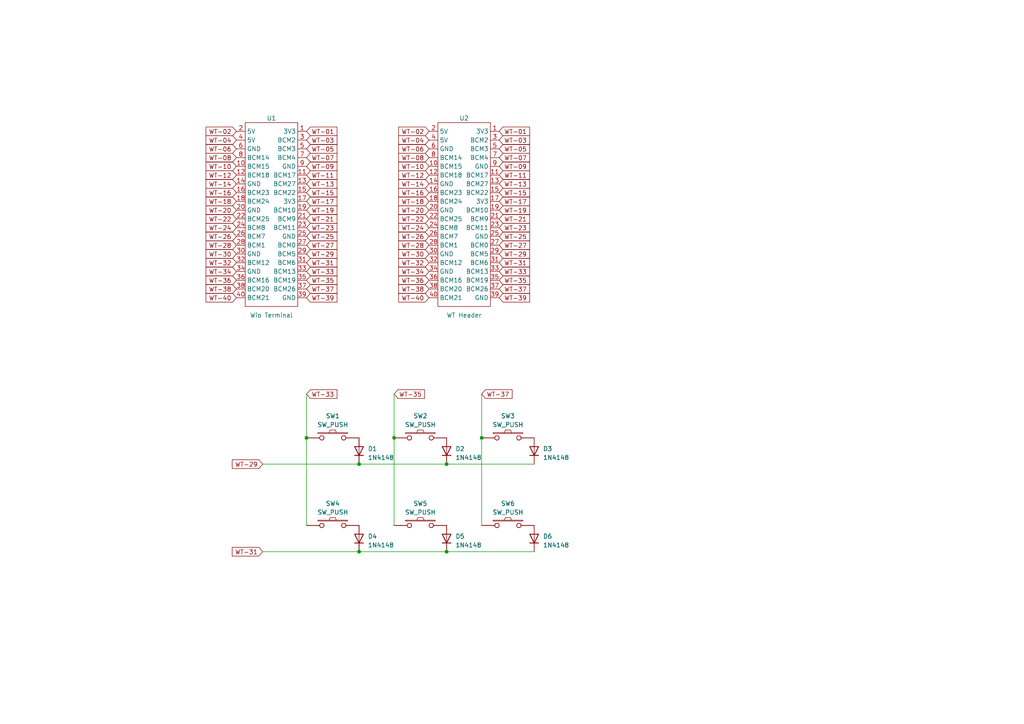
<source format=kicad_sch>
(kicad_sch (version 20230121) (generator eeschema)

  (uuid 61b1dcbd-8be4-4a52-a776-e71a5dc6fc0e)

  (paper "A4")

  (lib_symbols
    (symbol "Diode:1N4148" (pin_numbers hide) (pin_names hide) (in_bom yes) (on_board yes)
      (property "Reference" "D" (at 0 2.54 0)
        (effects (font (size 1.27 1.27)))
      )
      (property "Value" "1N4148" (at 0 -2.54 0)
        (effects (font (size 1.27 1.27)))
      )
      (property "Footprint" "Diode_THT:D_DO-35_SOD27_P7.62mm_Horizontal" (at 0 0 0)
        (effects (font (size 1.27 1.27)) hide)
      )
      (property "Datasheet" "https://assets.nexperia.com/documents/data-sheet/1N4148_1N4448.pdf" (at 0 0 0)
        (effects (font (size 1.27 1.27)) hide)
      )
      (property "Sim.Device" "D" (at 0 0 0)
        (effects (font (size 1.27 1.27)) hide)
      )
      (property "Sim.Pins" "1=K 2=A" (at 0 0 0)
        (effects (font (size 1.27 1.27)) hide)
      )
      (property "ki_keywords" "diode" (at 0 0 0)
        (effects (font (size 1.27 1.27)) hide)
      )
      (property "ki_description" "100V 0.15A standard switching diode, DO-35" (at 0 0 0)
        (effects (font (size 1.27 1.27)) hide)
      )
      (property "ki_fp_filters" "D*DO?35*" (at 0 0 0)
        (effects (font (size 1.27 1.27)) hide)
      )
      (symbol "1N4148_0_1"
        (polyline
          (pts
            (xy -1.27 1.27)
            (xy -1.27 -1.27)
          )
          (stroke (width 0.254) (type default))
          (fill (type none))
        )
        (polyline
          (pts
            (xy 1.27 0)
            (xy -1.27 0)
          )
          (stroke (width 0) (type default))
          (fill (type none))
        )
        (polyline
          (pts
            (xy 1.27 1.27)
            (xy 1.27 -1.27)
            (xy -1.27 0)
            (xy 1.27 1.27)
          )
          (stroke (width 0.254) (type default))
          (fill (type none))
        )
      )
      (symbol "1N4148_1_1"
        (pin passive line (at -3.81 0 0) (length 2.54)
          (name "K" (effects (font (size 1.27 1.27))))
          (number "1" (effects (font (size 1.27 1.27))))
        )
        (pin passive line (at 3.81 0 180) (length 2.54)
          (name "A" (effects (font (size 1.27 1.27))))
          (number "2" (effects (font (size 1.27 1.27))))
        )
      )
    )
    (symbol "foostan/kbd:SW_PUSH" (pin_numbers hide) (pin_names (offset 1.016) hide) (in_bom yes) (on_board yes)
      (property "Reference" "SW" (at 3.81 2.794 0)
        (effects (font (size 1.27 1.27)))
      )
      (property "Value" "SW_PUSH" (at 0 -2.032 0)
        (effects (font (size 1.27 1.27)))
      )
      (property "Footprint" "" (at 0 0 0)
        (effects (font (size 1.27 1.27)))
      )
      (property "Datasheet" "" (at 0 0 0)
        (effects (font (size 1.27 1.27)))
      )
      (symbol "SW_PUSH_0_1"
        (rectangle (start -4.318 1.27) (end 4.318 1.524)
          (stroke (width 0) (type solid))
          (fill (type none))
        )
        (polyline
          (pts
            (xy -1.016 1.524)
            (xy -0.762 2.286)
            (xy 0.762 2.286)
            (xy 1.016 1.524)
          )
          (stroke (width 0) (type solid))
          (fill (type none))
        )
        (pin passive inverted (at -7.62 0 0) (length 5.08)
          (name "1" (effects (font (size 1.27 1.27))))
          (number "1" (effects (font (size 1.27 1.27))))
        )
        (pin passive inverted (at 7.62 0 180) (length 5.08)
          (name "2" (effects (font (size 1.27 1.27))))
          (number "2" (effects (font (size 1.27 1.27))))
        )
      )
    )
    (symbol "snapeda/xiao:wio_terminal" (in_bom yes) (on_board yes)
      (property "Reference" "U" (at 0 0 0)
        (effects (font (size 1.27 1.27)))
      )
      (property "Value" "" (at 0 0 0)
        (effects (font (size 1.27 1.27)))
      )
      (property "Footprint" "" (at 0 0 0)
        (effects (font (size 1.27 1.27)) hide)
      )
      (property "Datasheet" "" (at 0 0 0)
        (effects (font (size 1.27 1.27)) hide)
      )
      (symbol "wio_terminal_0_1"
        (rectangle (start -7.62 55.88) (end 7.62 2.54)
          (stroke (width 0) (type default))
          (fill (type none))
        )
      )
      (symbol "wio_terminal_1_1"
        (pin bidirectional line (at 10.16 53.34 180) (length 2.54)
          (name "3V3" (effects (font (size 1.27 1.27))))
          (number "1" (effects (font (size 1.27 1.27))))
        )
        (pin bidirectional line (at -10.16 43.18 0) (length 2.54)
          (name "BCM15" (effects (font (size 1.27 1.27))))
          (number "10" (effects (font (size 1.27 1.27))))
        )
        (pin bidirectional line (at 10.16 40.64 180) (length 2.54)
          (name "BCM17" (effects (font (size 1.27 1.27))))
          (number "11" (effects (font (size 1.27 1.27))))
        )
        (pin bidirectional line (at -10.16 40.64 0) (length 2.54)
          (name "BCM18" (effects (font (size 1.27 1.27))))
          (number "12" (effects (font (size 1.27 1.27))))
        )
        (pin bidirectional line (at 10.16 38.1 180) (length 2.54)
          (name "BCM27" (effects (font (size 1.27 1.27))))
          (number "13" (effects (font (size 1.27 1.27))))
        )
        (pin bidirectional line (at -10.16 38.1 0) (length 2.54)
          (name "GND" (effects (font (size 1.27 1.27))))
          (number "14" (effects (font (size 1.27 1.27))))
        )
        (pin bidirectional line (at 10.16 35.56 180) (length 2.54)
          (name "BCM22" (effects (font (size 1.27 1.27))))
          (number "15" (effects (font (size 1.27 1.27))))
        )
        (pin bidirectional line (at -10.16 35.56 0) (length 2.54)
          (name "BCM23" (effects (font (size 1.27 1.27))))
          (number "16" (effects (font (size 1.27 1.27))))
        )
        (pin bidirectional line (at 10.16 33.02 180) (length 2.54)
          (name "3V3" (effects (font (size 1.27 1.27))))
          (number "17" (effects (font (size 1.27 1.27))))
        )
        (pin bidirectional line (at -10.16 33.02 0) (length 2.54)
          (name "BCM24" (effects (font (size 1.27 1.27))))
          (number "18" (effects (font (size 1.27 1.27))))
        )
        (pin bidirectional line (at 10.16 30.48 180) (length 2.54)
          (name "BCM10" (effects (font (size 1.27 1.27))))
          (number "19" (effects (font (size 1.27 1.27))))
        )
        (pin bidirectional line (at -10.16 53.34 0) (length 2.54)
          (name "5V" (effects (font (size 1.27 1.27))))
          (number "2" (effects (font (size 1.27 1.27))))
        )
        (pin bidirectional line (at -10.16 30.48 0) (length 2.54)
          (name "GND" (effects (font (size 1.27 1.27))))
          (number "20" (effects (font (size 1.27 1.27))))
        )
        (pin bidirectional line (at 10.16 27.94 180) (length 2.54)
          (name "BCM9" (effects (font (size 1.27 1.27))))
          (number "21" (effects (font (size 1.27 1.27))))
        )
        (pin bidirectional line (at -10.16 27.94 0) (length 2.54)
          (name "BCM25" (effects (font (size 1.27 1.27))))
          (number "22" (effects (font (size 1.27 1.27))))
        )
        (pin bidirectional line (at 10.16 25.4 180) (length 2.54)
          (name "BCM11" (effects (font (size 1.27 1.27))))
          (number "23" (effects (font (size 1.27 1.27))))
        )
        (pin bidirectional line (at -10.16 25.4 0) (length 2.54)
          (name "BCM8" (effects (font (size 1.27 1.27))))
          (number "24" (effects (font (size 1.27 1.27))))
        )
        (pin bidirectional line (at 10.16 22.86 180) (length 2.54)
          (name "GND" (effects (font (size 1.27 1.27))))
          (number "25" (effects (font (size 1.27 1.27))))
        )
        (pin bidirectional line (at -10.16 22.86 0) (length 2.54)
          (name "BCM7" (effects (font (size 1.27 1.27))))
          (number "26" (effects (font (size 1.27 1.27))))
        )
        (pin bidirectional line (at 10.16 20.32 180) (length 2.54)
          (name "BCM0" (effects (font (size 1.27 1.27))))
          (number "27" (effects (font (size 1.27 1.27))))
        )
        (pin bidirectional line (at -10.16 20.32 0) (length 2.54)
          (name "BCM1" (effects (font (size 1.27 1.27))))
          (number "28" (effects (font (size 1.27 1.27))))
        )
        (pin bidirectional line (at 10.16 17.78 180) (length 2.54)
          (name "BCM5" (effects (font (size 1.27 1.27))))
          (number "29" (effects (font (size 1.27 1.27))))
        )
        (pin bidirectional line (at 10.16 50.8 180) (length 2.54)
          (name "BCM2" (effects (font (size 1.27 1.27))))
          (number "3" (effects (font (size 1.27 1.27))))
        )
        (pin bidirectional line (at -10.16 17.78 0) (length 2.54)
          (name "GND" (effects (font (size 1.27 1.27))))
          (number "30" (effects (font (size 1.27 1.27))))
        )
        (pin bidirectional line (at 10.16 15.24 180) (length 2.54)
          (name "BCM6" (effects (font (size 1.27 1.27))))
          (number "31" (effects (font (size 1.27 1.27))))
        )
        (pin bidirectional line (at -10.16 15.24 0) (length 2.54)
          (name "BCM12" (effects (font (size 1.27 1.27))))
          (number "32" (effects (font (size 1.27 1.27))))
        )
        (pin bidirectional line (at 10.16 12.7 180) (length 2.54)
          (name "BCM13" (effects (font (size 1.27 1.27))))
          (number "33" (effects (font (size 1.27 1.27))))
        )
        (pin bidirectional line (at -10.16 12.7 0) (length 2.54)
          (name "GND" (effects (font (size 1.27 1.27))))
          (number "34" (effects (font (size 1.27 1.27))))
        )
        (pin bidirectional line (at 10.16 10.16 180) (length 2.54)
          (name "BCM19" (effects (font (size 1.27 1.27))))
          (number "35" (effects (font (size 1.27 1.27))))
        )
        (pin bidirectional line (at -10.16 10.16 0) (length 2.54)
          (name "BCM16" (effects (font (size 1.27 1.27))))
          (number "36" (effects (font (size 1.27 1.27))))
        )
        (pin bidirectional line (at 10.16 7.62 180) (length 2.54)
          (name "BCM26" (effects (font (size 1.27 1.27))))
          (number "37" (effects (font (size 1.27 1.27))))
        )
        (pin bidirectional line (at -10.16 7.62 0) (length 2.54)
          (name "BCM20" (effects (font (size 1.27 1.27))))
          (number "38" (effects (font (size 1.27 1.27))))
        )
        (pin bidirectional line (at 10.16 5.08 180) (length 2.54)
          (name "GND" (effects (font (size 1.27 1.27))))
          (number "39" (effects (font (size 1.27 1.27))))
        )
        (pin bidirectional line (at -10.16 50.8 0) (length 2.54)
          (name "5V" (effects (font (size 1.27 1.27))))
          (number "4" (effects (font (size 1.27 1.27))))
        )
        (pin bidirectional line (at -10.16 5.08 0) (length 2.54)
          (name "BCM21" (effects (font (size 1.27 1.27))))
          (number "40" (effects (font (size 1.27 1.27))))
        )
        (pin bidirectional line (at 10.16 48.26 180) (length 2.54)
          (name "BCM3" (effects (font (size 1.27 1.27))))
          (number "5" (effects (font (size 1.27 1.27))))
        )
        (pin bidirectional line (at -10.16 48.26 0) (length 2.54)
          (name "GND" (effects (font (size 1.27 1.27))))
          (number "6" (effects (font (size 1.27 1.27))))
        )
        (pin bidirectional line (at 10.16 45.72 180) (length 2.54)
          (name "BCM4" (effects (font (size 1.27 1.27))))
          (number "7" (effects (font (size 1.27 1.27))))
        )
        (pin bidirectional line (at -10.16 45.72 0) (length 2.54)
          (name "BCM14" (effects (font (size 1.27 1.27))))
          (number "8" (effects (font (size 1.27 1.27))))
        )
        (pin bidirectional line (at 10.16 43.18 180) (length 2.54)
          (name "GND" (effects (font (size 1.27 1.27))))
          (number "9" (effects (font (size 1.27 1.27))))
        )
      )
    )
  )

  (junction (at 104.14 160.02) (diameter 0) (color 0 0 0 0)
    (uuid 1befc591-c5c7-4683-ba85-08db732a037f)
  )
  (junction (at 104.14 134.62) (diameter 0) (color 0 0 0 0)
    (uuid 5e2f0426-68ad-4d61-8586-1d663bd0d298)
  )
  (junction (at 114.3 127) (diameter 0) (color 0 0 0 0)
    (uuid 797655af-5cc1-4383-b98d-f573927e5329)
  )
  (junction (at 129.54 160.02) (diameter 0) (color 0 0 0 0)
    (uuid a400e32c-bd10-47a6-a2e4-e7924bbcefac)
  )
  (junction (at 139.7 127) (diameter 0) (color 0 0 0 0)
    (uuid a8374487-7023-42bd-86e3-6280ef743047)
  )
  (junction (at 129.54 134.62) (diameter 0) (color 0 0 0 0)
    (uuid ae36e38a-3875-4913-b502-3e29b603de0c)
  )
  (junction (at 88.9 127) (diameter 0) (color 0 0 0 0)
    (uuid dd77e4fb-6c37-46df-921e-8079f4b7faf3)
  )

  (wire (pts (xy 76.2 134.62) (xy 104.14 134.62))
    (stroke (width 0) (type default))
    (uuid 094cb5dd-a11c-499a-a1ed-db42eccbc450)
  )
  (wire (pts (xy 88.9 114.3) (xy 88.9 127))
    (stroke (width 0) (type default))
    (uuid 292be430-0a1d-4330-826c-efb970885a56)
  )
  (wire (pts (xy 129.54 160.02) (xy 154.94 160.02))
    (stroke (width 0) (type default))
    (uuid 58752122-65b7-4886-b856-d310cac5299a)
  )
  (wire (pts (xy 139.7 127) (xy 139.7 152.4))
    (stroke (width 0) (type default))
    (uuid 6cb62798-d2df-42ad-b102-e9817bc8021a)
  )
  (wire (pts (xy 129.54 134.62) (xy 154.94 134.62))
    (stroke (width 0) (type default))
    (uuid 6de9c5b3-246c-483a-a890-0a925c6fdbd0)
  )
  (wire (pts (xy 88.9 127) (xy 88.9 152.4))
    (stroke (width 0) (type default))
    (uuid 80cbd352-67e7-4e9e-9593-a542bfb4e8cf)
  )
  (wire (pts (xy 114.3 127) (xy 114.3 152.4))
    (stroke (width 0) (type default))
    (uuid 9b9fdf9b-0eb8-4a91-9d94-8f2ce4f5452d)
  )
  (wire (pts (xy 139.7 114.3) (xy 139.7 127))
    (stroke (width 0) (type default))
    (uuid b421f4e8-0807-45c2-8e25-a85b89611a42)
  )
  (wire (pts (xy 114.3 114.3) (xy 114.3 127))
    (stroke (width 0) (type default))
    (uuid be2eec01-6115-4df1-932e-0ab7bb30c55b)
  )
  (wire (pts (xy 104.14 134.62) (xy 129.54 134.62))
    (stroke (width 0) (type default))
    (uuid c46d2bc8-f158-4bd0-8e40-fb9093a7043c)
  )
  (wire (pts (xy 76.2 160.02) (xy 104.14 160.02))
    (stroke (width 0) (type default))
    (uuid d262e949-6746-4bf2-bdac-0778bee55f95)
  )
  (wire (pts (xy 104.14 160.02) (xy 129.54 160.02))
    (stroke (width 0) (type default))
    (uuid fd4d75d8-99b8-44e5-9750-ef26f8d3a517)
  )

  (global_label "WT-11" (shape input) (at 144.78 50.8 0) (fields_autoplaced)
    (effects (font (size 1.27 1.27)) (justify left))
    (uuid 01ba6fb5-9eb4-4810-b8b3-4767193c30c2)
    (property "Intersheetrefs" "${INTERSHEET_REFS}" (at 154.0962 50.8 0)
      (effects (font (size 1.27 1.27)) (justify left) hide)
    )
  )
  (global_label "WT-34" (shape input) (at 124.46 78.74 180) (fields_autoplaced)
    (effects (font (size 1.27 1.27)) (justify right))
    (uuid 030d4440-0d61-46b5-b46e-aa8e1c514165)
    (property "Intersheetrefs" "${INTERSHEET_REFS}" (at 115.1438 78.74 0)
      (effects (font (size 1.27 1.27)) (justify right) hide)
    )
  )
  (global_label "WT-06" (shape input) (at 124.46 43.18 180) (fields_autoplaced)
    (effects (font (size 1.27 1.27)) (justify right))
    (uuid 0357f7d6-da8c-42c6-8275-d7a9df40163d)
    (property "Intersheetrefs" "${INTERSHEET_REFS}" (at 115.1438 43.18 0)
      (effects (font (size 1.27 1.27)) (justify right) hide)
    )
  )
  (global_label "WT-15" (shape input) (at 88.9 55.88 0) (fields_autoplaced)
    (effects (font (size 1.27 1.27)) (justify left))
    (uuid 0377b536-3c34-49a5-a4d2-2b8f62143e26)
    (property "Intersheetrefs" "${INTERSHEET_REFS}" (at 98.2162 55.88 0)
      (effects (font (size 1.27 1.27)) (justify left) hide)
    )
  )
  (global_label "WT-29" (shape input) (at 76.2 134.62 180) (fields_autoplaced)
    (effects (font (size 1.27 1.27)) (justify right))
    (uuid 15dc8e95-677a-4e96-8879-ae503e6d31f8)
    (property "Intersheetrefs" "${INTERSHEET_REFS}" (at 66.8838 134.62 0)
      (effects (font (size 1.27 1.27)) (justify right) hide)
    )
  )
  (global_label "WT-05" (shape input) (at 144.78 43.18 0) (fields_autoplaced)
    (effects (font (size 1.27 1.27)) (justify left))
    (uuid 160386bf-c06c-4645-a2a3-e179fa64512d)
    (property "Intersheetrefs" "${INTERSHEET_REFS}" (at 154.0962 43.18 0)
      (effects (font (size 1.27 1.27)) (justify left) hide)
    )
  )
  (global_label "WT-09" (shape input) (at 88.9 48.26 0) (fields_autoplaced)
    (effects (font (size 1.27 1.27)) (justify left))
    (uuid 17e4cec0-dde5-40f9-89a9-13311e1e194b)
    (property "Intersheetrefs" "${INTERSHEET_REFS}" (at 98.2162 48.26 0)
      (effects (font (size 1.27 1.27)) (justify left) hide)
    )
  )
  (global_label "WT-29" (shape input) (at 88.9 73.66 0) (fields_autoplaced)
    (effects (font (size 1.27 1.27)) (justify left))
    (uuid 18b2945d-be3a-4216-8052-647afb7a61c8)
    (property "Intersheetrefs" "${INTERSHEET_REFS}" (at 98.2162 73.66 0)
      (effects (font (size 1.27 1.27)) (justify left) hide)
    )
  )
  (global_label "WT-40" (shape input) (at 68.58 86.36 180) (fields_autoplaced)
    (effects (font (size 1.27 1.27)) (justify right))
    (uuid 24757c9f-fb1a-4fd3-9c2d-707bf3db47d4)
    (property "Intersheetrefs" "${INTERSHEET_REFS}" (at 59.2638 86.36 0)
      (effects (font (size 1.27 1.27)) (justify right) hide)
    )
  )
  (global_label "WT-12" (shape input) (at 68.58 50.8 180) (fields_autoplaced)
    (effects (font (size 1.27 1.27)) (justify right))
    (uuid 2b3526bb-15a0-4a47-aee0-da02c652f15e)
    (property "Intersheetrefs" "${INTERSHEET_REFS}" (at 59.2638 50.8 0)
      (effects (font (size 1.27 1.27)) (justify right) hide)
    )
  )
  (global_label "WT-18" (shape input) (at 68.58 58.42 180) (fields_autoplaced)
    (effects (font (size 1.27 1.27)) (justify right))
    (uuid 2b813e5c-7f00-4b33-947b-6bd69cd4f52f)
    (property "Intersheetrefs" "${INTERSHEET_REFS}" (at 59.2638 58.42 0)
      (effects (font (size 1.27 1.27)) (justify right) hide)
    )
  )
  (global_label "WT-23" (shape input) (at 88.9 66.04 0) (fields_autoplaced)
    (effects (font (size 1.27 1.27)) (justify left))
    (uuid 32638b51-cef5-4924-a764-5cc979f23abb)
    (property "Intersheetrefs" "${INTERSHEET_REFS}" (at 98.2162 66.04 0)
      (effects (font (size 1.27 1.27)) (justify left) hide)
    )
  )
  (global_label "WT-07" (shape input) (at 144.78 45.72 0) (fields_autoplaced)
    (effects (font (size 1.27 1.27)) (justify left))
    (uuid 332668ef-60b7-4a97-a143-ed7746609ced)
    (property "Intersheetrefs" "${INTERSHEET_REFS}" (at 154.0962 45.72 0)
      (effects (font (size 1.27 1.27)) (justify left) hide)
    )
  )
  (global_label "WT-20" (shape input) (at 124.46 60.96 180) (fields_autoplaced)
    (effects (font (size 1.27 1.27)) (justify right))
    (uuid 338582f0-01a7-4648-b79a-ec2c3ea3a14f)
    (property "Intersheetrefs" "${INTERSHEET_REFS}" (at 115.1438 60.96 0)
      (effects (font (size 1.27 1.27)) (justify right) hide)
    )
  )
  (global_label "WT-36" (shape input) (at 124.46 81.28 180) (fields_autoplaced)
    (effects (font (size 1.27 1.27)) (justify right))
    (uuid 34d3ab92-122a-430f-83c8-f1322e9c85c3)
    (property "Intersheetrefs" "${INTERSHEET_REFS}" (at 115.1438 81.28 0)
      (effects (font (size 1.27 1.27)) (justify right) hide)
    )
  )
  (global_label "WT-30" (shape input) (at 124.46 73.66 180) (fields_autoplaced)
    (effects (font (size 1.27 1.27)) (justify right))
    (uuid 34ebfcdf-a10c-4404-b391-42376f901224)
    (property "Intersheetrefs" "${INTERSHEET_REFS}" (at 115.1438 73.66 0)
      (effects (font (size 1.27 1.27)) (justify right) hide)
    )
  )
  (global_label "WT-18" (shape input) (at 124.46 58.42 180) (fields_autoplaced)
    (effects (font (size 1.27 1.27)) (justify right))
    (uuid 380db31d-b102-4023-a7ab-81a759e1425c)
    (property "Intersheetrefs" "${INTERSHEET_REFS}" (at 115.1438 58.42 0)
      (effects (font (size 1.27 1.27)) (justify right) hide)
    )
  )
  (global_label "WT-32" (shape input) (at 124.46 76.2 180) (fields_autoplaced)
    (effects (font (size 1.27 1.27)) (justify right))
    (uuid 45077ec2-d7d4-4292-86c8-96e43f3e32d2)
    (property "Intersheetrefs" "${INTERSHEET_REFS}" (at 115.1438 76.2 0)
      (effects (font (size 1.27 1.27)) (justify right) hide)
    )
  )
  (global_label "WT-02" (shape input) (at 124.46 38.1 180) (fields_autoplaced)
    (effects (font (size 1.27 1.27)) (justify right))
    (uuid 4d3af3ea-5dde-48d7-8da5-8802aa64af08)
    (property "Intersheetrefs" "${INTERSHEET_REFS}" (at 115.1438 38.1 0)
      (effects (font (size 1.27 1.27)) (justify right) hide)
    )
  )
  (global_label "WT-16" (shape input) (at 124.46 55.88 180) (fields_autoplaced)
    (effects (font (size 1.27 1.27)) (justify right))
    (uuid 51250ef9-a13d-41b4-b15f-8ce5214446f2)
    (property "Intersheetrefs" "${INTERSHEET_REFS}" (at 115.1438 55.88 0)
      (effects (font (size 1.27 1.27)) (justify right) hide)
    )
  )
  (global_label "WT-39" (shape input) (at 88.9 86.36 0) (fields_autoplaced)
    (effects (font (size 1.27 1.27)) (justify left))
    (uuid 59ddd60b-ba37-492b-9371-46ff68aaebe5)
    (property "Intersheetrefs" "${INTERSHEET_REFS}" (at 98.2162 86.36 0)
      (effects (font (size 1.27 1.27)) (justify left) hide)
    )
  )
  (global_label "WT-19" (shape input) (at 88.9 60.96 0) (fields_autoplaced)
    (effects (font (size 1.27 1.27)) (justify left))
    (uuid 5ae96fc6-9e9e-4ad8-8a92-9f717fe468a3)
    (property "Intersheetrefs" "${INTERSHEET_REFS}" (at 98.2162 60.96 0)
      (effects (font (size 1.27 1.27)) (justify left) hide)
    )
  )
  (global_label "WT-14" (shape input) (at 124.46 53.34 180) (fields_autoplaced)
    (effects (font (size 1.27 1.27)) (justify right))
    (uuid 5b301025-dccb-49e8-bbf7-5ea02d58572c)
    (property "Intersheetrefs" "${INTERSHEET_REFS}" (at 115.1438 53.34 0)
      (effects (font (size 1.27 1.27)) (justify right) hide)
    )
  )
  (global_label "WT-10" (shape input) (at 124.46 48.26 180) (fields_autoplaced)
    (effects (font (size 1.27 1.27)) (justify right))
    (uuid 5e5d6abd-d159-4233-a1b5-96a9dda77a04)
    (property "Intersheetrefs" "${INTERSHEET_REFS}" (at 115.1438 48.26 0)
      (effects (font (size 1.27 1.27)) (justify right) hide)
    )
  )
  (global_label "WT-13" (shape input) (at 88.9 53.34 0) (fields_autoplaced)
    (effects (font (size 1.27 1.27)) (justify left))
    (uuid 5fe3734a-b950-453a-97ae-b23d6ca6bc17)
    (property "Intersheetrefs" "${INTERSHEET_REFS}" (at 98.2162 53.34 0)
      (effects (font (size 1.27 1.27)) (justify left) hide)
    )
  )
  (global_label "WT-37" (shape input) (at 144.78 83.82 0) (fields_autoplaced)
    (effects (font (size 1.27 1.27)) (justify left))
    (uuid 6041dff1-f2c3-4435-915b-b3eb78d458db)
    (property "Intersheetrefs" "${INTERSHEET_REFS}" (at 154.0962 83.82 0)
      (effects (font (size 1.27 1.27)) (justify left) hide)
    )
  )
  (global_label "WT-14" (shape input) (at 68.58 53.34 180) (fields_autoplaced)
    (effects (font (size 1.27 1.27)) (justify right))
    (uuid 62a8954e-8843-4e23-834f-2ce2823e967b)
    (property "Intersheetrefs" "${INTERSHEET_REFS}" (at 59.2638 53.34 0)
      (effects (font (size 1.27 1.27)) (justify right) hide)
    )
  )
  (global_label "WT-21" (shape input) (at 88.9 63.5 0) (fields_autoplaced)
    (effects (font (size 1.27 1.27)) (justify left))
    (uuid 63d017f2-3a09-4b63-a720-5969a778fc78)
    (property "Intersheetrefs" "${INTERSHEET_REFS}" (at 98.2162 63.5 0)
      (effects (font (size 1.27 1.27)) (justify left) hide)
    )
  )
  (global_label "WT-39" (shape input) (at 144.78 86.36 0) (fields_autoplaced)
    (effects (font (size 1.27 1.27)) (justify left))
    (uuid 655ae20e-8359-4e2c-be51-d3623a312cbc)
    (property "Intersheetrefs" "${INTERSHEET_REFS}" (at 154.0962 86.36 0)
      (effects (font (size 1.27 1.27)) (justify left) hide)
    )
  )
  (global_label "WT-13" (shape input) (at 144.78 53.34 0) (fields_autoplaced)
    (effects (font (size 1.27 1.27)) (justify left))
    (uuid 682e9db4-2803-4a8f-9aa4-9ee1c6aef46e)
    (property "Intersheetrefs" "${INTERSHEET_REFS}" (at 154.0962 53.34 0)
      (effects (font (size 1.27 1.27)) (justify left) hide)
    )
  )
  (global_label "WT-27" (shape input) (at 88.9 71.12 0) (fields_autoplaced)
    (effects (font (size 1.27 1.27)) (justify left))
    (uuid 70287ba7-4bad-4483-9041-c10b12869971)
    (property "Intersheetrefs" "${INTERSHEET_REFS}" (at 98.2162 71.12 0)
      (effects (font (size 1.27 1.27)) (justify left) hide)
    )
  )
  (global_label "WT-26" (shape input) (at 124.46 68.58 180) (fields_autoplaced)
    (effects (font (size 1.27 1.27)) (justify right))
    (uuid 71cca455-d2d7-403a-b693-d5f35e7eb5fb)
    (property "Intersheetrefs" "${INTERSHEET_REFS}" (at 115.1438 68.58 0)
      (effects (font (size 1.27 1.27)) (justify right) hide)
    )
  )
  (global_label "WT-30" (shape input) (at 68.58 73.66 180) (fields_autoplaced)
    (effects (font (size 1.27 1.27)) (justify right))
    (uuid 739fbbff-1560-402e-b9a4-4ecce576bce8)
    (property "Intersheetrefs" "${INTERSHEET_REFS}" (at 59.2638 73.66 0)
      (effects (font (size 1.27 1.27)) (justify right) hide)
    )
  )
  (global_label "WT-24" (shape input) (at 68.58 66.04 180) (fields_autoplaced)
    (effects (font (size 1.27 1.27)) (justify right))
    (uuid 75123d11-f1e9-40f1-bddd-9337def4e4a0)
    (property "Intersheetrefs" "${INTERSHEET_REFS}" (at 59.2638 66.04 0)
      (effects (font (size 1.27 1.27)) (justify right) hide)
    )
  )
  (global_label "WT-10" (shape input) (at 68.58 48.26 180) (fields_autoplaced)
    (effects (font (size 1.27 1.27)) (justify right))
    (uuid 78704f93-9a6f-45e8-ba3f-86b3f2d81b35)
    (property "Intersheetrefs" "${INTERSHEET_REFS}" (at 59.2638 48.26 0)
      (effects (font (size 1.27 1.27)) (justify right) hide)
    )
  )
  (global_label "WT-28" (shape input) (at 68.58 71.12 180) (fields_autoplaced)
    (effects (font (size 1.27 1.27)) (justify right))
    (uuid 78ef146e-074a-4ffc-bd71-c9a18c9541ff)
    (property "Intersheetrefs" "${INTERSHEET_REFS}" (at 59.2638 71.12 0)
      (effects (font (size 1.27 1.27)) (justify right) hide)
    )
  )
  (global_label "WT-04" (shape input) (at 124.46 40.64 180) (fields_autoplaced)
    (effects (font (size 1.27 1.27)) (justify right))
    (uuid 79079d9c-9a9c-4390-8907-e01d56a98cba)
    (property "Intersheetrefs" "${INTERSHEET_REFS}" (at 115.1438 40.64 0)
      (effects (font (size 1.27 1.27)) (justify right) hide)
    )
  )
  (global_label "WT-28" (shape input) (at 124.46 71.12 180) (fields_autoplaced)
    (effects (font (size 1.27 1.27)) (justify right))
    (uuid 7a61323c-aa7e-43aa-a8cf-59fb980f684e)
    (property "Intersheetrefs" "${INTERSHEET_REFS}" (at 115.1438 71.12 0)
      (effects (font (size 1.27 1.27)) (justify right) hide)
    )
  )
  (global_label "WT-02" (shape input) (at 68.58 38.1 180) (fields_autoplaced)
    (effects (font (size 1.27 1.27)) (justify right))
    (uuid 7cd04bdc-f290-4992-836e-567a4e5028ee)
    (property "Intersheetrefs" "${INTERSHEET_REFS}" (at 59.2638 38.1 0)
      (effects (font (size 1.27 1.27)) (justify right) hide)
    )
  )
  (global_label "WT-35" (shape input) (at 144.78 81.28 0) (fields_autoplaced)
    (effects (font (size 1.27 1.27)) (justify left))
    (uuid 7f54d6a3-dc29-4765-9db5-719a52132ef8)
    (property "Intersheetrefs" "${INTERSHEET_REFS}" (at 154.0962 81.28 0)
      (effects (font (size 1.27 1.27)) (justify left) hide)
    )
  )
  (global_label "WT-17" (shape input) (at 144.78 58.42 0) (fields_autoplaced)
    (effects (font (size 1.27 1.27)) (justify left))
    (uuid 801ceb53-87d2-4af4-af99-e92fab06dc09)
    (property "Intersheetrefs" "${INTERSHEET_REFS}" (at 154.0962 58.42 0)
      (effects (font (size 1.27 1.27)) (justify left) hide)
    )
  )
  (global_label "WT-32" (shape input) (at 68.58 76.2 180) (fields_autoplaced)
    (effects (font (size 1.27 1.27)) (justify right))
    (uuid 866d58d7-9214-408a-b75d-d0bba8d1d1a5)
    (property "Intersheetrefs" "${INTERSHEET_REFS}" (at 59.2638 76.2 0)
      (effects (font (size 1.27 1.27)) (justify right) hide)
    )
  )
  (global_label "WT-36" (shape input) (at 68.58 81.28 180) (fields_autoplaced)
    (effects (font (size 1.27 1.27)) (justify right))
    (uuid 8968c680-cd17-47ac-9060-f890d4d305c6)
    (property "Intersheetrefs" "${INTERSHEET_REFS}" (at 59.2638 81.28 0)
      (effects (font (size 1.27 1.27)) (justify right) hide)
    )
  )
  (global_label "WT-15" (shape input) (at 144.78 55.88 0) (fields_autoplaced)
    (effects (font (size 1.27 1.27)) (justify left))
    (uuid 8973e28a-3845-47e7-ac9e-cd48688f7b3c)
    (property "Intersheetrefs" "${INTERSHEET_REFS}" (at 154.0962 55.88 0)
      (effects (font (size 1.27 1.27)) (justify left) hide)
    )
  )
  (global_label "WT-33" (shape input) (at 88.9 114.3 0) (fields_autoplaced)
    (effects (font (size 1.27 1.27)) (justify left))
    (uuid 8a70e6ad-8e08-4060-b418-84cd8096699b)
    (property "Intersheetrefs" "${INTERSHEET_REFS}" (at 98.2162 114.3 0)
      (effects (font (size 1.27 1.27)) (justify left) hide)
    )
  )
  (global_label "WT-05" (shape input) (at 88.9 43.18 0) (fields_autoplaced)
    (effects (font (size 1.27 1.27)) (justify left))
    (uuid 8cc551bf-cd08-400a-be8b-1976f4486d8f)
    (property "Intersheetrefs" "${INTERSHEET_REFS}" (at 98.2162 43.18 0)
      (effects (font (size 1.27 1.27)) (justify left) hide)
    )
  )
  (global_label "WT-29" (shape input) (at 144.78 73.66 0) (fields_autoplaced)
    (effects (font (size 1.27 1.27)) (justify left))
    (uuid 90bb0cb4-c6e2-40be-bd40-d7306b4a6dd3)
    (property "Intersheetrefs" "${INTERSHEET_REFS}" (at 154.0962 73.66 0)
      (effects (font (size 1.27 1.27)) (justify left) hide)
    )
  )
  (global_label "WT-03" (shape input) (at 88.9 40.64 0) (fields_autoplaced)
    (effects (font (size 1.27 1.27)) (justify left))
    (uuid 953b335a-5a2a-4030-a944-63a5aecaf100)
    (property "Intersheetrefs" "${INTERSHEET_REFS}" (at 98.2162 40.64 0)
      (effects (font (size 1.27 1.27)) (justify left) hide)
    )
  )
  (global_label "WT-38" (shape input) (at 124.46 83.82 180) (fields_autoplaced)
    (effects (font (size 1.27 1.27)) (justify right))
    (uuid 98be4597-c3ac-4494-8a78-e637b84ac145)
    (property "Intersheetrefs" "${INTERSHEET_REFS}" (at 115.1438 83.82 0)
      (effects (font (size 1.27 1.27)) (justify right) hide)
    )
  )
  (global_label "WT-27" (shape input) (at 144.78 71.12 0) (fields_autoplaced)
    (effects (font (size 1.27 1.27)) (justify left))
    (uuid 98c8750d-578c-4fe2-94c6-edfbd938d56f)
    (property "Intersheetrefs" "${INTERSHEET_REFS}" (at 154.0962 71.12 0)
      (effects (font (size 1.27 1.27)) (justify left) hide)
    )
  )
  (global_label "WT-11" (shape input) (at 88.9 50.8 0) (fields_autoplaced)
    (effects (font (size 1.27 1.27)) (justify left))
    (uuid 998f3a0a-793f-4077-afd5-9c9e7d349c03)
    (property "Intersheetrefs" "${INTERSHEET_REFS}" (at 98.2162 50.8 0)
      (effects (font (size 1.27 1.27)) (justify left) hide)
    )
  )
  (global_label "WT-37" (shape input) (at 88.9 83.82 0) (fields_autoplaced)
    (effects (font (size 1.27 1.27)) (justify left))
    (uuid 99b6e8a5-5feb-42cc-803f-0fc5ebe55461)
    (property "Intersheetrefs" "${INTERSHEET_REFS}" (at 98.2162 83.82 0)
      (effects (font (size 1.27 1.27)) (justify left) hide)
    )
  )
  (global_label "WT-01" (shape input) (at 144.78 38.1 0) (fields_autoplaced)
    (effects (font (size 1.27 1.27)) (justify left))
    (uuid 9b8d7cf9-c8fc-48b8-8ed3-c354d4d42b42)
    (property "Intersheetrefs" "${INTERSHEET_REFS}" (at 154.0962 38.1 0)
      (effects (font (size 1.27 1.27)) (justify left) hide)
    )
  )
  (global_label "WT-01" (shape input) (at 88.9 38.1 0) (fields_autoplaced)
    (effects (font (size 1.27 1.27)) (justify left))
    (uuid 9b8f0ac0-27f0-42f6-bcb7-505eedb2ec21)
    (property "Intersheetrefs" "${INTERSHEET_REFS}" (at 98.2162 38.1 0)
      (effects (font (size 1.27 1.27)) (justify left) hide)
    )
  )
  (global_label "WT-22" (shape input) (at 68.58 63.5 180) (fields_autoplaced)
    (effects (font (size 1.27 1.27)) (justify right))
    (uuid a3532b0f-5fa2-45cc-9fc6-ff6291a5b9dc)
    (property "Intersheetrefs" "${INTERSHEET_REFS}" (at 59.2638 63.5 0)
      (effects (font (size 1.27 1.27)) (justify right) hide)
    )
  )
  (global_label "WT-22" (shape input) (at 124.46 63.5 180) (fields_autoplaced)
    (effects (font (size 1.27 1.27)) (justify right))
    (uuid a3fce872-f753-40b8-a78b-e04286ad3205)
    (property "Intersheetrefs" "${INTERSHEET_REFS}" (at 115.1438 63.5 0)
      (effects (font (size 1.27 1.27)) (justify right) hide)
    )
  )
  (global_label "WT-17" (shape input) (at 88.9 58.42 0) (fields_autoplaced)
    (effects (font (size 1.27 1.27)) (justify left))
    (uuid b0736eb3-4533-4b75-9632-fa7720cfe451)
    (property "Intersheetrefs" "${INTERSHEET_REFS}" (at 98.2162 58.42 0)
      (effects (font (size 1.27 1.27)) (justify left) hide)
    )
  )
  (global_label "WT-33" (shape input) (at 144.78 78.74 0) (fields_autoplaced)
    (effects (font (size 1.27 1.27)) (justify left))
    (uuid b541219b-1e3a-4a2f-8813-64c4841a23be)
    (property "Intersheetrefs" "${INTERSHEET_REFS}" (at 154.0962 78.74 0)
      (effects (font (size 1.27 1.27)) (justify left) hide)
    )
  )
  (global_label "WT-08" (shape input) (at 68.58 45.72 180) (fields_autoplaced)
    (effects (font (size 1.27 1.27)) (justify right))
    (uuid bf826d0c-9848-4f89-8f2b-db00a06ece55)
    (property "Intersheetrefs" "${INTERSHEET_REFS}" (at 59.2638 45.72 0)
      (effects (font (size 1.27 1.27)) (justify right) hide)
    )
  )
  (global_label "WT-37" (shape input) (at 139.7 114.3 0) (fields_autoplaced)
    (effects (font (size 1.27 1.27)) (justify left))
    (uuid c10604dc-6bad-40cb-a682-a6a2ca4e9e13)
    (property "Intersheetrefs" "${INTERSHEET_REFS}" (at 149.0162 114.3 0)
      (effects (font (size 1.27 1.27)) (justify left) hide)
    )
  )
  (global_label "WT-25" (shape input) (at 144.78 68.58 0) (fields_autoplaced)
    (effects (font (size 1.27 1.27)) (justify left))
    (uuid c34c68c9-df56-474d-849e-57dfc1e413b9)
    (property "Intersheetrefs" "${INTERSHEET_REFS}" (at 154.0962 68.58 0)
      (effects (font (size 1.27 1.27)) (justify left) hide)
    )
  )
  (global_label "WT-35" (shape input) (at 88.9 81.28 0) (fields_autoplaced)
    (effects (font (size 1.27 1.27)) (justify left))
    (uuid c4b50d54-7760-44c4-a477-14705bb16e59)
    (property "Intersheetrefs" "${INTERSHEET_REFS}" (at 98.2162 81.28 0)
      (effects (font (size 1.27 1.27)) (justify left) hide)
    )
  )
  (global_label "WT-25" (shape input) (at 88.9 68.58 0) (fields_autoplaced)
    (effects (font (size 1.27 1.27)) (justify left))
    (uuid c51aaad8-ba1d-40d4-bdb1-b52cbfab3c88)
    (property "Intersheetrefs" "${INTERSHEET_REFS}" (at 98.2162 68.58 0)
      (effects (font (size 1.27 1.27)) (justify left) hide)
    )
  )
  (global_label "WT-04" (shape input) (at 68.58 40.64 180) (fields_autoplaced)
    (effects (font (size 1.27 1.27)) (justify right))
    (uuid c7ed4f3f-eb27-46c8-a82b-9c5227675ea4)
    (property "Intersheetrefs" "${INTERSHEET_REFS}" (at 59.2638 40.64 0)
      (effects (font (size 1.27 1.27)) (justify right) hide)
    )
  )
  (global_label "WT-24" (shape input) (at 124.46 66.04 180) (fields_autoplaced)
    (effects (font (size 1.27 1.27)) (justify right))
    (uuid d2e6cae8-898d-4d73-ad03-c5f6a39d108b)
    (property "Intersheetrefs" "${INTERSHEET_REFS}" (at 115.1438 66.04 0)
      (effects (font (size 1.27 1.27)) (justify right) hide)
    )
  )
  (global_label "WT-19" (shape input) (at 144.78 60.96 0) (fields_autoplaced)
    (effects (font (size 1.27 1.27)) (justify left))
    (uuid d4023672-c160-4645-8072-396e5e50bbee)
    (property "Intersheetrefs" "${INTERSHEET_REFS}" (at 154.0962 60.96 0)
      (effects (font (size 1.27 1.27)) (justify left) hide)
    )
  )
  (global_label "WT-23" (shape input) (at 144.78 66.04 0) (fields_autoplaced)
    (effects (font (size 1.27 1.27)) (justify left))
    (uuid d5bdd7f3-f736-4408-83fe-bd9cbd89e8ec)
    (property "Intersheetrefs" "${INTERSHEET_REFS}" (at 154.0962 66.04 0)
      (effects (font (size 1.27 1.27)) (justify left) hide)
    )
  )
  (global_label "WT-08" (shape input) (at 124.46 45.72 180) (fields_autoplaced)
    (effects (font (size 1.27 1.27)) (justify right))
    (uuid d8efbf9e-a649-4efa-b94b-dada455f96e2)
    (property "Intersheetrefs" "${INTERSHEET_REFS}" (at 115.1438 45.72 0)
      (effects (font (size 1.27 1.27)) (justify right) hide)
    )
  )
  (global_label "WT-16" (shape input) (at 68.58 55.88 180) (fields_autoplaced)
    (effects (font (size 1.27 1.27)) (justify right))
    (uuid d90b15da-d5d3-428c-a0e0-197960dee4a6)
    (property "Intersheetrefs" "${INTERSHEET_REFS}" (at 59.2638 55.88 0)
      (effects (font (size 1.27 1.27)) (justify right) hide)
    )
  )
  (global_label "WT-38" (shape input) (at 68.58 83.82 180) (fields_autoplaced)
    (effects (font (size 1.27 1.27)) (justify right))
    (uuid db739447-41d5-4414-acae-317191f8475d)
    (property "Intersheetrefs" "${INTERSHEET_REFS}" (at 59.2638 83.82 0)
      (effects (font (size 1.27 1.27)) (justify right) hide)
    )
  )
  (global_label "WT-33" (shape input) (at 88.9 78.74 0) (fields_autoplaced)
    (effects (font (size 1.27 1.27)) (justify left))
    (uuid e175dbe1-3dde-4164-af1a-638a417967e4)
    (property "Intersheetrefs" "${INTERSHEET_REFS}" (at 98.2162 78.74 0)
      (effects (font (size 1.27 1.27)) (justify left) hide)
    )
  )
  (global_label "WT-34" (shape input) (at 68.58 78.74 180) (fields_autoplaced)
    (effects (font (size 1.27 1.27)) (justify right))
    (uuid e4acd046-7661-41e0-a1a3-795294eb04f4)
    (property "Intersheetrefs" "${INTERSHEET_REFS}" (at 59.2638 78.74 0)
      (effects (font (size 1.27 1.27)) (justify right) hide)
    )
  )
  (global_label "WT-12" (shape input) (at 124.46 50.8 180) (fields_autoplaced)
    (effects (font (size 1.27 1.27)) (justify right))
    (uuid e63761fc-1a7c-49df-ad1b-727cabf4148c)
    (property "Intersheetrefs" "${INTERSHEET_REFS}" (at 115.1438 50.8 0)
      (effects (font (size 1.27 1.27)) (justify right) hide)
    )
  )
  (global_label "WT-31" (shape input) (at 144.78 76.2 0) (fields_autoplaced)
    (effects (font (size 1.27 1.27)) (justify left))
    (uuid e769ddd3-4b0e-4b2a-be30-f44b7ab75f52)
    (property "Intersheetrefs" "${INTERSHEET_REFS}" (at 154.0962 76.2 0)
      (effects (font (size 1.27 1.27)) (justify left) hide)
    )
  )
  (global_label "WT-40" (shape input) (at 124.46 86.36 180) (fields_autoplaced)
    (effects (font (size 1.27 1.27)) (justify right))
    (uuid e9115fdb-f6a1-41c8-9f97-287ed7f23f77)
    (property "Intersheetrefs" "${INTERSHEET_REFS}" (at 115.1438 86.36 0)
      (effects (font (size 1.27 1.27)) (justify right) hide)
    )
  )
  (global_label "WT-35" (shape input) (at 114.3 114.3 0) (fields_autoplaced)
    (effects (font (size 1.27 1.27)) (justify left))
    (uuid e92d6796-9b75-478d-b716-6eff1ed8e833)
    (property "Intersheetrefs" "${INTERSHEET_REFS}" (at 123.6162 114.3 0)
      (effects (font (size 1.27 1.27)) (justify left) hide)
    )
  )
  (global_label "WT-07" (shape input) (at 88.9 45.72 0) (fields_autoplaced)
    (effects (font (size 1.27 1.27)) (justify left))
    (uuid e97f9993-55d7-4d27-973a-6ae1aec67800)
    (property "Intersheetrefs" "${INTERSHEET_REFS}" (at 98.2162 45.72 0)
      (effects (font (size 1.27 1.27)) (justify left) hide)
    )
  )
  (global_label "WT-26" (shape input) (at 68.58 68.58 180) (fields_autoplaced)
    (effects (font (size 1.27 1.27)) (justify right))
    (uuid eb6ee017-613d-4e70-8c20-5f7cb4eb58b3)
    (property "Intersheetrefs" "${INTERSHEET_REFS}" (at 59.2638 68.58 0)
      (effects (font (size 1.27 1.27)) (justify right) hide)
    )
  )
  (global_label "WT-20" (shape input) (at 68.58 60.96 180) (fields_autoplaced)
    (effects (font (size 1.27 1.27)) (justify right))
    (uuid ed3d7f06-8a1d-49b7-89ae-96847c965ebc)
    (property "Intersheetrefs" "${INTERSHEET_REFS}" (at 59.2638 60.96 0)
      (effects (font (size 1.27 1.27)) (justify right) hide)
    )
  )
  (global_label "WT-09" (shape input) (at 144.78 48.26 0) (fields_autoplaced)
    (effects (font (size 1.27 1.27)) (justify left))
    (uuid f0984f3c-1766-47ce-a08e-f36cb84ae52d)
    (property "Intersheetrefs" "${INTERSHEET_REFS}" (at 154.0962 48.26 0)
      (effects (font (size 1.27 1.27)) (justify left) hide)
    )
  )
  (global_label "WT-31" (shape input) (at 88.9 76.2 0) (fields_autoplaced)
    (effects (font (size 1.27 1.27)) (justify left))
    (uuid f164991a-aa18-45cd-81e6-56e59d106938)
    (property "Intersheetrefs" "${INTERSHEET_REFS}" (at 98.2162 76.2 0)
      (effects (font (size 1.27 1.27)) (justify left) hide)
    )
  )
  (global_label "WT-31" (shape input) (at 76.2 160.02 180) (fields_autoplaced)
    (effects (font (size 1.27 1.27)) (justify right))
    (uuid f2041aea-fc48-49fc-a956-1367ce993d29)
    (property "Intersheetrefs" "${INTERSHEET_REFS}" (at 66.8838 160.02 0)
      (effects (font (size 1.27 1.27)) (justify right) hide)
    )
  )
  (global_label "WT-03" (shape input) (at 144.78 40.64 0) (fields_autoplaced)
    (effects (font (size 1.27 1.27)) (justify left))
    (uuid f274237c-3874-4077-8148-bf42c9767117)
    (property "Intersheetrefs" "${INTERSHEET_REFS}" (at 154.0962 40.64 0)
      (effects (font (size 1.27 1.27)) (justify left) hide)
    )
  )
  (global_label "WT-21" (shape input) (at 144.78 63.5 0) (fields_autoplaced)
    (effects (font (size 1.27 1.27)) (justify left))
    (uuid f61e09b1-53a7-450d-a792-466b75541a23)
    (property "Intersheetrefs" "${INTERSHEET_REFS}" (at 154.0962 63.5 0)
      (effects (font (size 1.27 1.27)) (justify left) hide)
    )
  )
  (global_label "WT-06" (shape input) (at 68.58 43.18 180) (fields_autoplaced)
    (effects (font (size 1.27 1.27)) (justify right))
    (uuid f850bdc8-bf04-48ef-b113-8803ccf7808a)
    (property "Intersheetrefs" "${INTERSHEET_REFS}" (at 59.2638 43.18 0)
      (effects (font (size 1.27 1.27)) (justify right) hide)
    )
  )

  (symbol (lib_id "foostan/kbd:SW_PUSH") (at 96.52 152.4 0) (unit 1)
    (in_bom yes) (on_board yes) (dnp no) (fields_autoplaced)
    (uuid 198069d7-27e6-47c1-95b1-a2eb62a22007)
    (property "Reference" "SW4" (at 96.52 146.05 0)
      (effects (font (size 1.27 1.27)))
    )
    (property "Value" "SW_PUSH" (at 96.52 148.59 0)
      (effects (font (size 1.27 1.27)))
    )
    (property "Footprint" "foostan/kbd:CherryMX_ChocV2_1u" (at 96.52 152.4 0)
      (effects (font (size 1.27 1.27)) hide)
    )
    (property "Datasheet" "" (at 96.52 152.4 0)
      (effects (font (size 1.27 1.27)))
    )
    (pin "1" (uuid 80d1ea20-b56c-4376-b3e3-0a51cae087ea))
    (pin "2" (uuid a68404af-30c4-4ebc-99f5-adad8430ef83))
    (instances
      (project "wiokey"
        (path "/61b1dcbd-8be4-4a52-a776-e71a5dc6fc0e"
          (reference "SW4") (unit 1)
        )
      )
    )
  )

  (symbol (lib_id "Diode:1N4148") (at 129.54 156.21 90) (unit 1)
    (in_bom yes) (on_board yes) (dnp no) (fields_autoplaced)
    (uuid 25f03703-0c9b-4433-9d5b-f68d53b8317f)
    (property "Reference" "D5" (at 132.08 155.575 90)
      (effects (font (size 1.27 1.27)) (justify right))
    )
    (property "Value" "1N4148" (at 132.08 158.115 90)
      (effects (font (size 1.27 1.27)) (justify right))
    )
    (property "Footprint" "Diode_THT:D_DO-35_SOD27_P7.62mm_Horizontal" (at 129.54 156.21 0)
      (effects (font (size 1.27 1.27)) hide)
    )
    (property "Datasheet" "https://assets.nexperia.com/documents/data-sheet/1N4148_1N4448.pdf" (at 129.54 156.21 0)
      (effects (font (size 1.27 1.27)) hide)
    )
    (property "Sim.Device" "D" (at 129.54 156.21 0)
      (effects (font (size 1.27 1.27)) hide)
    )
    (property "Sim.Pins" "1=K 2=A" (at 129.54 156.21 0)
      (effects (font (size 1.27 1.27)) hide)
    )
    (pin "1" (uuid 0863a676-d833-4cca-99cf-f9fcd328ca34))
    (pin "2" (uuid 62fb467a-063c-4d62-8e52-5485025fa09a))
    (instances
      (project "wiokey"
        (path "/61b1dcbd-8be4-4a52-a776-e71a5dc6fc0e"
          (reference "D5") (unit 1)
        )
      )
    )
  )

  (symbol (lib_id "Diode:1N4148") (at 104.14 156.21 90) (unit 1)
    (in_bom yes) (on_board yes) (dnp no) (fields_autoplaced)
    (uuid 3fef5ba2-ad7d-4fad-94ce-2d829b5ca64e)
    (property "Reference" "D4" (at 106.68 155.575 90)
      (effects (font (size 1.27 1.27)) (justify right))
    )
    (property "Value" "1N4148" (at 106.68 158.115 90)
      (effects (font (size 1.27 1.27)) (justify right))
    )
    (property "Footprint" "Diode_THT:D_DO-35_SOD27_P7.62mm_Horizontal" (at 104.14 156.21 0)
      (effects (font (size 1.27 1.27)) hide)
    )
    (property "Datasheet" "https://assets.nexperia.com/documents/data-sheet/1N4148_1N4448.pdf" (at 104.14 156.21 0)
      (effects (font (size 1.27 1.27)) hide)
    )
    (property "Sim.Device" "D" (at 104.14 156.21 0)
      (effects (font (size 1.27 1.27)) hide)
    )
    (property "Sim.Pins" "1=K 2=A" (at 104.14 156.21 0)
      (effects (font (size 1.27 1.27)) hide)
    )
    (pin "1" (uuid 1eeb9704-76a5-405a-9281-6d915893ad88))
    (pin "2" (uuid 5c272fd9-625a-4488-86ff-5e16ed60a7f4))
    (instances
      (project "wiokey"
        (path "/61b1dcbd-8be4-4a52-a776-e71a5dc6fc0e"
          (reference "D4") (unit 1)
        )
      )
    )
  )

  (symbol (lib_id "snapeda/xiao:wio_terminal") (at 134.62 91.44 0) (unit 1)
    (in_bom yes) (on_board yes) (dnp no) (fields_autoplaced)
    (uuid 453dae3d-cee9-4c11-989d-1e2f0edf058b)
    (property "Reference" "U2" (at 134.62 34.29 0)
      (effects (font (size 1.27 1.27)))
    )
    (property "Value" "WT Header" (at 134.62 91.44 0)
      (effects (font (size 1.27 1.27)))
    )
    (property "Footprint" "snapeda/xiao:wio_terminal_header_2x20x2" (at 134.62 91.44 0)
      (effects (font (size 1.27 1.27)) hide)
    )
    (property "Datasheet" "" (at 134.62 91.44 0)
      (effects (font (size 1.27 1.27)) hide)
    )
    (pin "1" (uuid e0dfa1f7-b23d-4ec5-8eed-dacde31ac5fb))
    (pin "10" (uuid 8c7cbb01-aa53-41d9-acba-cc493caea157))
    (pin "11" (uuid 47b43685-0194-4699-9133-b337dc3b4075))
    (pin "12" (uuid 9443cf39-2ac1-483c-ada0-2efa4559c018))
    (pin "13" (uuid 670c865f-c0c0-4991-bc26-0a6908bc5a5e))
    (pin "14" (uuid ad829f11-643e-498f-a099-9fc696baf7c7))
    (pin "15" (uuid 3fdf9d2a-5c80-4f00-89e8-0fd206ece68a))
    (pin "16" (uuid f9f34ab2-f9ae-4a7d-ae96-da0809391cdc))
    (pin "17" (uuid dde69cdc-fa33-4feb-832c-94ad65458069))
    (pin "18" (uuid 5f71f216-41a5-4977-a86c-ddb34b9d83aa))
    (pin "19" (uuid c0b390df-1b3f-4354-8aec-f079b6243667))
    (pin "2" (uuid 0d49a342-3a7a-4d77-b6d6-d3c696993572))
    (pin "20" (uuid 51bef67e-80ab-4318-9073-77de46931f20))
    (pin "21" (uuid 44b524f0-af2d-484f-9281-87afbc81a11d))
    (pin "22" (uuid 9736c29e-e745-4733-8c54-3cc6316de486))
    (pin "23" (uuid b9e40c78-477d-4001-ab26-bf828a8262d5))
    (pin "24" (uuid be42d9b3-1146-4e98-98b6-a1d6b32dd424))
    (pin "25" (uuid 197134e3-24bb-487c-ac1f-bdb0751f7056))
    (pin "26" (uuid 8a30f606-cc7c-44ff-a181-cb0dfc8a99cc))
    (pin "27" (uuid 5c7a6cfa-195e-4d46-a8da-0025a0da6dbb))
    (pin "28" (uuid df8e9494-ac82-4295-bd2d-0945ca1f6467))
    (pin "29" (uuid 25b9a521-c433-41d1-a283-e1e211689ec2))
    (pin "3" (uuid 9a25b6dd-d345-44e3-902b-504c8bcd8057))
    (pin "30" (uuid 473bc2db-a6cc-4536-ab9d-fdd8d545ed7c))
    (pin "31" (uuid fb1d185a-c250-4bb1-9b9f-4d62bdeb749b))
    (pin "32" (uuid 27805c6c-c380-44f9-9133-8604427e002f))
    (pin "33" (uuid 78434c4d-2bdf-4728-bdd5-717d10396edc))
    (pin "34" (uuid 9bed8e66-a544-416f-9be4-aea10960a7d4))
    (pin "35" (uuid 13cfe29b-0eb7-4bd4-ac77-83d3dede9c3d))
    (pin "36" (uuid 180d81f8-b3f0-431f-b19d-78ba1c803e47))
    (pin "37" (uuid b3f80180-bd97-485a-bc2a-307ee9a22105))
    (pin "38" (uuid 922fe3dc-3c89-4b76-8bf7-5b455d96d11c))
    (pin "39" (uuid b38f25d2-9b7c-4020-a221-f8a978565891))
    (pin "4" (uuid 6adfedad-113b-4b2f-a958-c9e837325242))
    (pin "40" (uuid 1043f481-745d-462c-8dbe-d260227d64ee))
    (pin "5" (uuid d7d4f9ae-6bed-44f0-8dab-8bd53f1106df))
    (pin "6" (uuid 35d24d5c-2bf3-4a0c-935b-d3358210fc97))
    (pin "7" (uuid 92195dfb-0a11-40f7-ba7d-7dd3b49e79ce))
    (pin "8" (uuid 9ffc5f6e-f1c7-4f41-945b-d83ccf2e750f))
    (pin "9" (uuid e0f19766-582c-40af-84e6-5facc40536db))
    (instances
      (project "wiokey"
        (path "/61b1dcbd-8be4-4a52-a776-e71a5dc6fc0e"
          (reference "U2") (unit 1)
        )
      )
    )
  )

  (symbol (lib_id "foostan/kbd:SW_PUSH") (at 96.52 127 0) (unit 1)
    (in_bom yes) (on_board yes) (dnp no) (fields_autoplaced)
    (uuid 5b53f944-d7a6-4ce7-baad-b63a087a5e03)
    (property "Reference" "SW1" (at 96.52 120.65 0)
      (effects (font (size 1.27 1.27)))
    )
    (property "Value" "SW_PUSH" (at 96.52 123.19 0)
      (effects (font (size 1.27 1.27)))
    )
    (property "Footprint" "foostan/kbd:CherryMX_ChocV2_1u" (at 96.52 127 0)
      (effects (font (size 1.27 1.27)) hide)
    )
    (property "Datasheet" "" (at 96.52 127 0)
      (effects (font (size 1.27 1.27)))
    )
    (pin "1" (uuid 37794bcf-15a7-4916-8401-953e3d039193))
    (pin "2" (uuid 361cf865-c927-4b7d-9ee6-c96a4e73bb7d))
    (instances
      (project "wiokey"
        (path "/61b1dcbd-8be4-4a52-a776-e71a5dc6fc0e"
          (reference "SW1") (unit 1)
        )
      )
    )
  )

  (symbol (lib_id "snapeda/xiao:wio_terminal") (at 78.74 91.44 0) (unit 1)
    (in_bom yes) (on_board yes) (dnp no) (fields_autoplaced)
    (uuid 703c4746-0027-4cab-a7ff-5ddf3cf045a9)
    (property "Reference" "U1" (at 78.74 34.29 0)
      (effects (font (size 1.27 1.27)))
    )
    (property "Value" "Wio Terminal" (at 78.74 91.44 0)
      (effects (font (size 1.27 1.27)))
    )
    (property "Footprint" "snapeda/xiao:wio_terminal" (at 78.74 91.44 0)
      (effects (font (size 1.27 1.27)) hide)
    )
    (property "Datasheet" "" (at 78.74 91.44 0)
      (effects (font (size 1.27 1.27)) hide)
    )
    (pin "1" (uuid 473fdd76-ecfe-4ffa-ac4c-881817283acc))
    (pin "10" (uuid 672cead9-5dc0-473a-af18-ca969ee69762))
    (pin "11" (uuid 4fc5ba9a-ecdd-4f85-a022-1da29bf28adf))
    (pin "12" (uuid 003fca92-390a-4a01-8b1e-db684f7ad0ea))
    (pin "13" (uuid 33f597bd-480d-451f-b567-2787d3e82b7b))
    (pin "14" (uuid e2e450b2-2229-4958-a366-259ad4e94f97))
    (pin "15" (uuid ac5abb6c-f0e2-4b35-8074-22ed9c562716))
    (pin "16" (uuid 6dcf2cec-6172-44cb-8bc2-5786006b9cb9))
    (pin "17" (uuid e1d8a5f9-840a-49cd-88e1-5bd9dc20da56))
    (pin "18" (uuid 4bb9b51f-5f87-46c7-a2c8-37cf6cbe5721))
    (pin "19" (uuid dfb8b42e-e544-42bb-94ee-d121ddfa9e82))
    (pin "2" (uuid 2ecaa60d-7a0d-4db7-8e91-467112e41ca9))
    (pin "20" (uuid 42193b3e-0b66-43f2-a77e-08a767042a3e))
    (pin "21" (uuid eeaba3ec-ca8f-422b-acbc-1b1f84ac0441))
    (pin "22" (uuid 6aabd237-0c4b-44a6-994a-5780e8651bd4))
    (pin "23" (uuid 44162355-7c7e-4f86-a5a2-5f552d5e03c6))
    (pin "24" (uuid c252ecf4-99d0-4512-8201-208da4540769))
    (pin "25" (uuid 4c0e6798-2e98-4b97-be14-c6a2201e46e7))
    (pin "26" (uuid 0e238346-02c6-43bb-b9f8-d3d49dbc9bb0))
    (pin "27" (uuid e306b591-1db4-4eb0-8e66-53e2c7b3879b))
    (pin "28" (uuid b1573630-b839-4cb6-9104-790ac42621bc))
    (pin "29" (uuid 1f247838-4a44-4c44-bd72-13e4e78b255a))
    (pin "3" (uuid 910ecf79-6c9a-477f-b5c8-48e85899f37f))
    (pin "30" (uuid 1f15a709-fd94-4858-839a-e2d84431a383))
    (pin "31" (uuid e550a58d-140a-4255-b43b-ff4525d2054d))
    (pin "32" (uuid 92a064a3-701c-40ca-9c12-c2a50200a2ff))
    (pin "33" (uuid 4e461d9f-0f8f-4e44-ae2c-82f5a3cb4261))
    (pin "34" (uuid 702236f0-bd37-4eb9-bb81-ae215ca99d17))
    (pin "35" (uuid 4eb9bb9f-71ac-48ba-b428-7e45dd80f75b))
    (pin "36" (uuid f1dbe8c5-a573-4535-85bf-ed04604021dc))
    (pin "37" (uuid 7a32e347-8317-4c44-9d38-97712d242887))
    (pin "38" (uuid 5a190b27-584a-4e61-917e-fbdbcde7a259))
    (pin "39" (uuid 1768e791-e898-4442-92c5-0abfea2350a7))
    (pin "4" (uuid 74f7080d-5ec7-42a3-b89a-b43af4752e97))
    (pin "40" (uuid 11fd1d54-e2d3-41b6-b3ab-0326924b3c9e))
    (pin "5" (uuid 559bfe55-eed4-413e-9f7e-1c1ec5b87ed3))
    (pin "6" (uuid 88777d9f-e335-4396-88b6-1a96c24397a1))
    (pin "7" (uuid 2d7cd476-5788-4d1c-bd00-7bae040b989a))
    (pin "8" (uuid 7f87326a-abf0-4603-831a-382245baf662))
    (pin "9" (uuid b0a93cd3-a516-43c9-b146-52e4d2ec2ce1))
    (instances
      (project "wiokey"
        (path "/61b1dcbd-8be4-4a52-a776-e71a5dc6fc0e"
          (reference "U1") (unit 1)
        )
      )
    )
  )

  (symbol (lib_id "foostan/kbd:SW_PUSH") (at 147.32 152.4 0) (unit 1)
    (in_bom yes) (on_board yes) (dnp no) (fields_autoplaced)
    (uuid 81f2b1b0-0dc1-4c5c-a45b-0db8ea549a39)
    (property "Reference" "SW6" (at 147.32 146.05 0)
      (effects (font (size 1.27 1.27)))
    )
    (property "Value" "SW_PUSH" (at 147.32 148.59 0)
      (effects (font (size 1.27 1.27)))
    )
    (property "Footprint" "foostan/kbd:CherryMX_ChocV2_1u" (at 147.32 152.4 0)
      (effects (font (size 1.27 1.27)) hide)
    )
    (property "Datasheet" "" (at 147.32 152.4 0)
      (effects (font (size 1.27 1.27)))
    )
    (pin "1" (uuid a5ec2812-b7f1-4e2c-908e-45093b2019ae))
    (pin "2" (uuid 406bb7c7-2269-4222-9bb5-c5812ea7f7e1))
    (instances
      (project "wiokey"
        (path "/61b1dcbd-8be4-4a52-a776-e71a5dc6fc0e"
          (reference "SW6") (unit 1)
        )
      )
    )
  )

  (symbol (lib_id "foostan/kbd:SW_PUSH") (at 121.92 127 0) (unit 1)
    (in_bom yes) (on_board yes) (dnp no) (fields_autoplaced)
    (uuid af098779-578f-48a1-bfaa-d4bdc0f35767)
    (property "Reference" "SW2" (at 121.92 120.65 0)
      (effects (font (size 1.27 1.27)))
    )
    (property "Value" "SW_PUSH" (at 121.92 123.19 0)
      (effects (font (size 1.27 1.27)))
    )
    (property "Footprint" "foostan/kbd:CherryMX_ChocV2_1u" (at 121.92 127 0)
      (effects (font (size 1.27 1.27)) hide)
    )
    (property "Datasheet" "" (at 121.92 127 0)
      (effects (font (size 1.27 1.27)))
    )
    (pin "1" (uuid db17a749-78b8-49bb-a848-772061f26486))
    (pin "2" (uuid 025a6289-1116-43c6-b337-1e67a1c64101))
    (instances
      (project "wiokey"
        (path "/61b1dcbd-8be4-4a52-a776-e71a5dc6fc0e"
          (reference "SW2") (unit 1)
        )
      )
    )
  )

  (symbol (lib_id "foostan/kbd:SW_PUSH") (at 147.32 127 0) (unit 1)
    (in_bom yes) (on_board yes) (dnp no) (fields_autoplaced)
    (uuid b6dabc92-e103-4610-b68c-2ed645823db0)
    (property "Reference" "SW3" (at 147.32 120.65 0)
      (effects (font (size 1.27 1.27)))
    )
    (property "Value" "SW_PUSH" (at 147.32 123.19 0)
      (effects (font (size 1.27 1.27)))
    )
    (property "Footprint" "foostan/kbd:CherryMX_ChocV2_1u" (at 147.32 127 0)
      (effects (font (size 1.27 1.27)) hide)
    )
    (property "Datasheet" "" (at 147.32 127 0)
      (effects (font (size 1.27 1.27)))
    )
    (pin "1" (uuid 641ccacc-c32a-41ed-9940-c64c3b38ca7a))
    (pin "2" (uuid f46ccd83-98c2-4ba7-8ee8-6b702d073b36))
    (instances
      (project "wiokey"
        (path "/61b1dcbd-8be4-4a52-a776-e71a5dc6fc0e"
          (reference "SW3") (unit 1)
        )
      )
    )
  )

  (symbol (lib_id "Diode:1N4148") (at 129.54 130.81 90) (unit 1)
    (in_bom yes) (on_board yes) (dnp no) (fields_autoplaced)
    (uuid c05f0073-50a2-4094-88c3-40093df7aade)
    (property "Reference" "D2" (at 132.08 130.175 90)
      (effects (font (size 1.27 1.27)) (justify right))
    )
    (property "Value" "1N4148" (at 132.08 132.715 90)
      (effects (font (size 1.27 1.27)) (justify right))
    )
    (property "Footprint" "Diode_THT:D_DO-35_SOD27_P7.62mm_Horizontal" (at 129.54 130.81 0)
      (effects (font (size 1.27 1.27)) hide)
    )
    (property "Datasheet" "https://assets.nexperia.com/documents/data-sheet/1N4148_1N4448.pdf" (at 129.54 130.81 0)
      (effects (font (size 1.27 1.27)) hide)
    )
    (property "Sim.Device" "D" (at 129.54 130.81 0)
      (effects (font (size 1.27 1.27)) hide)
    )
    (property "Sim.Pins" "1=K 2=A" (at 129.54 130.81 0)
      (effects (font (size 1.27 1.27)) hide)
    )
    (pin "1" (uuid 3954c32f-27c9-4732-9698-0b8cae4a3b64))
    (pin "2" (uuid 4433d56f-d8bf-4147-9759-6dfb6fcf51df))
    (instances
      (project "wiokey"
        (path "/61b1dcbd-8be4-4a52-a776-e71a5dc6fc0e"
          (reference "D2") (unit 1)
        )
      )
    )
  )

  (symbol (lib_id "foostan/kbd:SW_PUSH") (at 121.92 152.4 0) (unit 1)
    (in_bom yes) (on_board yes) (dnp no) (fields_autoplaced)
    (uuid e2773b34-79e7-46b8-bbd6-7a410a2647be)
    (property "Reference" "SW5" (at 121.92 146.05 0)
      (effects (font (size 1.27 1.27)))
    )
    (property "Value" "SW_PUSH" (at 121.92 148.59 0)
      (effects (font (size 1.27 1.27)))
    )
    (property "Footprint" "foostan/kbd:CherryMX_ChocV2_1u" (at 121.92 152.4 0)
      (effects (font (size 1.27 1.27)) hide)
    )
    (property "Datasheet" "" (at 121.92 152.4 0)
      (effects (font (size 1.27 1.27)))
    )
    (pin "1" (uuid 7612fe26-0a29-4037-acb6-d0b7a287a73e))
    (pin "2" (uuid da9f9bcb-a699-4b38-a375-e755b523ea08))
    (instances
      (project "wiokey"
        (path "/61b1dcbd-8be4-4a52-a776-e71a5dc6fc0e"
          (reference "SW5") (unit 1)
        )
      )
    )
  )

  (symbol (lib_id "Diode:1N4148") (at 104.14 130.81 90) (unit 1)
    (in_bom yes) (on_board yes) (dnp no) (fields_autoplaced)
    (uuid e3483dd2-46ea-4c11-8063-46f83fd9cf8c)
    (property "Reference" "D1" (at 106.68 130.175 90)
      (effects (font (size 1.27 1.27)) (justify right))
    )
    (property "Value" "1N4148" (at 106.68 132.715 90)
      (effects (font (size 1.27 1.27)) (justify right))
    )
    (property "Footprint" "Diode_THT:D_DO-35_SOD27_P7.62mm_Horizontal" (at 104.14 130.81 0)
      (effects (font (size 1.27 1.27)) hide)
    )
    (property "Datasheet" "https://assets.nexperia.com/documents/data-sheet/1N4148_1N4448.pdf" (at 104.14 130.81 0)
      (effects (font (size 1.27 1.27)) hide)
    )
    (property "Sim.Device" "D" (at 104.14 130.81 0)
      (effects (font (size 1.27 1.27)) hide)
    )
    (property "Sim.Pins" "1=K 2=A" (at 104.14 130.81 0)
      (effects (font (size 1.27 1.27)) hide)
    )
    (pin "1" (uuid 88447561-ad2f-4f73-9fc2-e12282a577dc))
    (pin "2" (uuid 0074d80c-c250-4cf3-aaf0-095f837b87bf))
    (instances
      (project "wiokey"
        (path "/61b1dcbd-8be4-4a52-a776-e71a5dc6fc0e"
          (reference "D1") (unit 1)
        )
      )
    )
  )

  (symbol (lib_id "Diode:1N4148") (at 154.94 156.21 90) (unit 1)
    (in_bom yes) (on_board yes) (dnp no) (fields_autoplaced)
    (uuid ed6f1d48-e1b4-4e70-99f5-8370661e4f3d)
    (property "Reference" "D6" (at 157.48 155.575 90)
      (effects (font (size 1.27 1.27)) (justify right))
    )
    (property "Value" "1N4148" (at 157.48 158.115 90)
      (effects (font (size 1.27 1.27)) (justify right))
    )
    (property "Footprint" "Diode_THT:D_DO-35_SOD27_P7.62mm_Horizontal" (at 154.94 156.21 0)
      (effects (font (size 1.27 1.27)) hide)
    )
    (property "Datasheet" "https://assets.nexperia.com/documents/data-sheet/1N4148_1N4448.pdf" (at 154.94 156.21 0)
      (effects (font (size 1.27 1.27)) hide)
    )
    (property "Sim.Device" "D" (at 154.94 156.21 0)
      (effects (font (size 1.27 1.27)) hide)
    )
    (property "Sim.Pins" "1=K 2=A" (at 154.94 156.21 0)
      (effects (font (size 1.27 1.27)) hide)
    )
    (pin "1" (uuid 431066cf-0b06-41fd-806b-ac2607d72dfd))
    (pin "2" (uuid 39349ed3-ed3d-44a6-a179-2b52fab5c337))
    (instances
      (project "wiokey"
        (path "/61b1dcbd-8be4-4a52-a776-e71a5dc6fc0e"
          (reference "D6") (unit 1)
        )
      )
    )
  )

  (symbol (lib_id "Diode:1N4148") (at 154.94 130.81 90) (unit 1)
    (in_bom yes) (on_board yes) (dnp no) (fields_autoplaced)
    (uuid f8cc519f-c382-433a-b784-6f6b41bed4a0)
    (property "Reference" "D3" (at 157.48 130.175 90)
      (effects (font (size 1.27 1.27)) (justify right))
    )
    (property "Value" "1N4148" (at 157.48 132.715 90)
      (effects (font (size 1.27 1.27)) (justify right))
    )
    (property "Footprint" "Diode_THT:D_DO-35_SOD27_P7.62mm_Horizontal" (at 154.94 130.81 0)
      (effects (font (size 1.27 1.27)) hide)
    )
    (property "Datasheet" "https://assets.nexperia.com/documents/data-sheet/1N4148_1N4448.pdf" (at 154.94 130.81 0)
      (effects (font (size 1.27 1.27)) hide)
    )
    (property "Sim.Device" "D" (at 154.94 130.81 0)
      (effects (font (size 1.27 1.27)) hide)
    )
    (property "Sim.Pins" "1=K 2=A" (at 154.94 130.81 0)
      (effects (font (size 1.27 1.27)) hide)
    )
    (pin "1" (uuid afcbbd07-af2b-4562-9583-2b5666124896))
    (pin "2" (uuid 79c4cee9-6015-4c28-a2e8-b144f30a5109))
    (instances
      (project "wiokey"
        (path "/61b1dcbd-8be4-4a52-a776-e71a5dc6fc0e"
          (reference "D3") (unit 1)
        )
      )
    )
  )

  (sheet_instances
    (path "/" (page "1"))
  )
)

</source>
